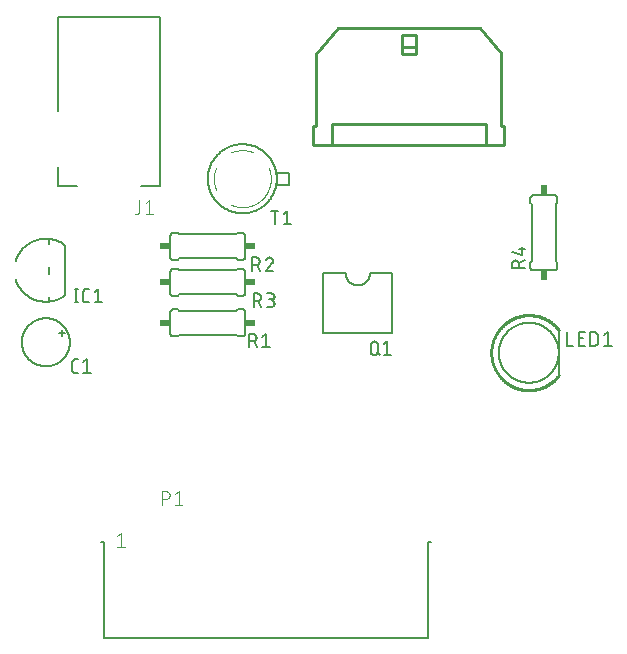
<source format=gbr>
G04 EAGLE Gerber X2 export*
%TF.Part,Single*%
%TF.FileFunction,Legend,Top,1*%
%TF.FilePolarity,Positive*%
%TF.GenerationSoftware,Autodesk,EAGLE,8.6.0*%
%TF.CreationDate,2018-11-01T12:35:15Z*%
G75*
%MOMM*%
%FSLAX34Y34*%
%LPD*%
%AMOC8*
5,1,8,0,0,1.08239X$1,22.5*%
G01*
%ADD10C,0.152400*%
%ADD11C,0.127000*%
%ADD12C,0.203200*%
%ADD13C,0.101600*%
%ADD14R,0.863600X0.609600*%
%ADD15C,0.254000*%
%ADD16C,0.050800*%
%ADD17R,0.609600X0.863600*%


D10*
X113030Y260350D02*
X113030Y255270D01*
X110490Y257810D02*
X115570Y257810D01*
X78740Y250190D02*
X78746Y250689D01*
X78764Y251187D01*
X78795Y251685D01*
X78838Y252182D01*
X78893Y252677D01*
X78960Y253172D01*
X79039Y253664D01*
X79130Y254154D01*
X79234Y254642D01*
X79349Y255127D01*
X79476Y255610D01*
X79615Y256089D01*
X79766Y256564D01*
X79928Y257036D01*
X80102Y257503D01*
X80287Y257966D01*
X80483Y258425D01*
X80691Y258878D01*
X80910Y259326D01*
X81139Y259769D01*
X81380Y260206D01*
X81631Y260637D01*
X81893Y261061D01*
X82165Y261479D01*
X82447Y261890D01*
X82739Y262295D01*
X83041Y262692D01*
X83352Y263081D01*
X83674Y263462D01*
X84004Y263836D01*
X84343Y264201D01*
X84692Y264558D01*
X85049Y264907D01*
X85414Y265246D01*
X85788Y265576D01*
X86169Y265898D01*
X86558Y266209D01*
X86955Y266511D01*
X87360Y266803D01*
X87771Y267085D01*
X88189Y267357D01*
X88613Y267619D01*
X89044Y267870D01*
X89481Y268111D01*
X89924Y268340D01*
X90372Y268559D01*
X90825Y268767D01*
X91284Y268963D01*
X91747Y269148D01*
X92214Y269322D01*
X92686Y269484D01*
X93161Y269635D01*
X93640Y269774D01*
X94123Y269901D01*
X94608Y270016D01*
X95096Y270120D01*
X95586Y270211D01*
X96078Y270290D01*
X96573Y270357D01*
X97068Y270412D01*
X97565Y270455D01*
X98063Y270486D01*
X98561Y270504D01*
X99060Y270510D01*
X99559Y270504D01*
X100057Y270486D01*
X100555Y270455D01*
X101052Y270412D01*
X101547Y270357D01*
X102042Y270290D01*
X102534Y270211D01*
X103024Y270120D01*
X103512Y270016D01*
X103997Y269901D01*
X104480Y269774D01*
X104959Y269635D01*
X105434Y269484D01*
X105906Y269322D01*
X106373Y269148D01*
X106836Y268963D01*
X107295Y268767D01*
X107748Y268559D01*
X108196Y268340D01*
X108639Y268111D01*
X109076Y267870D01*
X109507Y267619D01*
X109931Y267357D01*
X110349Y267085D01*
X110760Y266803D01*
X111165Y266511D01*
X111562Y266209D01*
X111951Y265898D01*
X112332Y265576D01*
X112706Y265246D01*
X113071Y264907D01*
X113428Y264558D01*
X113777Y264201D01*
X114116Y263836D01*
X114446Y263462D01*
X114768Y263081D01*
X115079Y262692D01*
X115381Y262295D01*
X115673Y261890D01*
X115955Y261479D01*
X116227Y261061D01*
X116489Y260637D01*
X116740Y260206D01*
X116981Y259769D01*
X117210Y259326D01*
X117429Y258878D01*
X117637Y258425D01*
X117833Y257966D01*
X118018Y257503D01*
X118192Y257036D01*
X118354Y256564D01*
X118505Y256089D01*
X118644Y255610D01*
X118771Y255127D01*
X118886Y254642D01*
X118990Y254154D01*
X119081Y253664D01*
X119160Y253172D01*
X119227Y252677D01*
X119282Y252182D01*
X119325Y251685D01*
X119356Y251187D01*
X119374Y250689D01*
X119380Y250190D01*
X119374Y249691D01*
X119356Y249193D01*
X119325Y248695D01*
X119282Y248198D01*
X119227Y247703D01*
X119160Y247208D01*
X119081Y246716D01*
X118990Y246226D01*
X118886Y245738D01*
X118771Y245253D01*
X118644Y244770D01*
X118505Y244291D01*
X118354Y243816D01*
X118192Y243344D01*
X118018Y242877D01*
X117833Y242414D01*
X117637Y241955D01*
X117429Y241502D01*
X117210Y241054D01*
X116981Y240611D01*
X116740Y240174D01*
X116489Y239743D01*
X116227Y239319D01*
X115955Y238901D01*
X115673Y238490D01*
X115381Y238085D01*
X115079Y237688D01*
X114768Y237299D01*
X114446Y236918D01*
X114116Y236544D01*
X113777Y236179D01*
X113428Y235822D01*
X113071Y235473D01*
X112706Y235134D01*
X112332Y234804D01*
X111951Y234482D01*
X111562Y234171D01*
X111165Y233869D01*
X110760Y233577D01*
X110349Y233295D01*
X109931Y233023D01*
X109507Y232761D01*
X109076Y232510D01*
X108639Y232269D01*
X108196Y232040D01*
X107748Y231821D01*
X107295Y231613D01*
X106836Y231417D01*
X106373Y231232D01*
X105906Y231058D01*
X105434Y230896D01*
X104959Y230745D01*
X104480Y230606D01*
X103997Y230479D01*
X103512Y230364D01*
X103024Y230260D01*
X102534Y230169D01*
X102042Y230090D01*
X101547Y230023D01*
X101052Y229968D01*
X100555Y229925D01*
X100057Y229894D01*
X99559Y229876D01*
X99060Y229870D01*
X98561Y229876D01*
X98063Y229894D01*
X97565Y229925D01*
X97068Y229968D01*
X96573Y230023D01*
X96078Y230090D01*
X95586Y230169D01*
X95096Y230260D01*
X94608Y230364D01*
X94123Y230479D01*
X93640Y230606D01*
X93161Y230745D01*
X92686Y230896D01*
X92214Y231058D01*
X91747Y231232D01*
X91284Y231417D01*
X90825Y231613D01*
X90372Y231821D01*
X89924Y232040D01*
X89481Y232269D01*
X89044Y232510D01*
X88613Y232761D01*
X88189Y233023D01*
X87771Y233295D01*
X87360Y233577D01*
X86955Y233869D01*
X86558Y234171D01*
X86169Y234482D01*
X85788Y234804D01*
X85414Y235134D01*
X85049Y235473D01*
X84692Y235822D01*
X84343Y236179D01*
X84004Y236544D01*
X83674Y236918D01*
X83352Y237299D01*
X83041Y237688D01*
X82739Y238085D01*
X82447Y238490D01*
X82165Y238901D01*
X81893Y239319D01*
X81631Y239743D01*
X81380Y240174D01*
X81139Y240611D01*
X80910Y241054D01*
X80691Y241502D01*
X80483Y241955D01*
X80287Y242414D01*
X80102Y242877D01*
X79928Y243344D01*
X79766Y243816D01*
X79615Y244291D01*
X79476Y244770D01*
X79349Y245253D01*
X79234Y245738D01*
X79130Y246226D01*
X79039Y246716D01*
X78960Y247208D01*
X78893Y247703D01*
X78838Y248198D01*
X78795Y248695D01*
X78764Y249193D01*
X78746Y249691D01*
X78740Y250190D01*
D11*
X123825Y224155D02*
X126365Y224155D01*
X123825Y224155D02*
X123725Y224157D01*
X123626Y224163D01*
X123526Y224173D01*
X123428Y224186D01*
X123329Y224204D01*
X123232Y224225D01*
X123136Y224250D01*
X123040Y224279D01*
X122946Y224312D01*
X122853Y224348D01*
X122762Y224388D01*
X122672Y224432D01*
X122584Y224479D01*
X122498Y224529D01*
X122414Y224583D01*
X122332Y224640D01*
X122253Y224700D01*
X122175Y224764D01*
X122101Y224830D01*
X122029Y224899D01*
X121960Y224971D01*
X121894Y225045D01*
X121830Y225123D01*
X121770Y225202D01*
X121713Y225284D01*
X121659Y225368D01*
X121609Y225454D01*
X121562Y225542D01*
X121518Y225632D01*
X121478Y225723D01*
X121442Y225816D01*
X121409Y225910D01*
X121380Y226006D01*
X121355Y226102D01*
X121334Y226199D01*
X121316Y226298D01*
X121303Y226396D01*
X121293Y226496D01*
X121287Y226595D01*
X121285Y226695D01*
X121285Y233045D01*
X121287Y233145D01*
X121293Y233244D01*
X121303Y233344D01*
X121316Y233442D01*
X121334Y233541D01*
X121355Y233638D01*
X121380Y233734D01*
X121409Y233830D01*
X121442Y233924D01*
X121478Y234017D01*
X121518Y234108D01*
X121562Y234198D01*
X121609Y234286D01*
X121659Y234372D01*
X121713Y234456D01*
X121770Y234538D01*
X121830Y234617D01*
X121894Y234695D01*
X121960Y234769D01*
X122029Y234841D01*
X122101Y234910D01*
X122175Y234976D01*
X122253Y235040D01*
X122332Y235100D01*
X122414Y235157D01*
X122498Y235211D01*
X122584Y235261D01*
X122672Y235308D01*
X122762Y235352D01*
X122853Y235392D01*
X122946Y235428D01*
X123040Y235461D01*
X123136Y235490D01*
X123232Y235515D01*
X123329Y235536D01*
X123428Y235554D01*
X123526Y235567D01*
X123626Y235577D01*
X123725Y235583D01*
X123825Y235585D01*
X126365Y235585D01*
X130847Y233045D02*
X134022Y235585D01*
X134022Y224155D01*
X130847Y224155D02*
X137197Y224155D01*
X115570Y290204D02*
X115066Y289817D01*
X114553Y289441D01*
X114031Y289078D01*
X113501Y288727D01*
X112963Y288390D01*
X112416Y288065D01*
X111862Y287753D01*
X111301Y287454D01*
X110732Y287169D01*
X110157Y286898D01*
X109576Y286640D01*
X108989Y286397D01*
X108396Y286167D01*
X107798Y285952D01*
X107195Y285751D01*
X106587Y285564D01*
X105975Y285392D01*
X105359Y285234D01*
X104739Y285092D01*
X104117Y284964D01*
X103491Y284851D01*
X102863Y284752D01*
X102233Y284669D01*
X101600Y284601D01*
X100951Y284547D01*
X100302Y284509D01*
X99651Y284487D01*
X99000Y284480D01*
X98349Y284489D01*
X97699Y284515D01*
X97049Y284556D01*
X96401Y284613D01*
X95754Y284686D01*
X95109Y284774D01*
X94466Y284879D01*
X93826Y284999D01*
X93190Y285134D01*
X92556Y285285D01*
X91927Y285452D01*
X91302Y285633D01*
X90681Y285830D01*
X90066Y286042D01*
X89456Y286269D01*
X88851Y286511D01*
X88253Y286768D01*
X87661Y287039D01*
X87076Y287324D01*
X86498Y287624D01*
X85928Y287937D01*
X85365Y288265D01*
X84811Y288606D01*
X84265Y288960D01*
X83728Y289328D01*
X83199Y289709D01*
X82681Y290102D01*
X82172Y290508D01*
X81673Y290926D01*
X81185Y291357D01*
X80707Y291799D01*
X80240Y292253D01*
X79785Y292718D01*
X79341Y293194D01*
X78908Y293680D01*
X78488Y294177D01*
X78080Y294684D01*
X77684Y295201D01*
X77301Y295728D01*
X76931Y296264D01*
X76574Y296808D01*
X76231Y297361D01*
X75901Y297922D01*
X75585Y298492D01*
X75283Y299068D01*
X74996Y299652D01*
X74722Y300243D01*
X74463Y300840D01*
X74219Y301444D01*
X73989Y302053D01*
X73775Y302667D01*
X73575Y303287D01*
X73575Y319013D02*
X73774Y319628D01*
X73986Y320239D01*
X74214Y320844D01*
X74456Y321443D01*
X74713Y322036D01*
X74984Y322623D01*
X75269Y323203D01*
X75568Y323776D01*
X75881Y324342D01*
X76208Y324900D01*
X76548Y325450D01*
X76901Y325991D01*
X77267Y326524D01*
X77646Y327047D01*
X78038Y327562D01*
X78442Y328066D01*
X78858Y328561D01*
X79285Y329046D01*
X79725Y329520D01*
X80176Y329983D01*
X80638Y330435D01*
X81111Y330876D01*
X81594Y331305D01*
X82088Y331722D01*
X82591Y332128D01*
X83104Y332521D01*
X83627Y332901D01*
X84159Y333269D01*
X84699Y333623D01*
X85248Y333965D01*
X85805Y334293D01*
X86370Y334607D01*
X86942Y334908D01*
X87521Y335195D01*
X88108Y335467D01*
X88700Y335726D01*
X89299Y335970D01*
X89903Y336199D01*
X90513Y336413D01*
X91128Y336613D01*
X91747Y336798D01*
X92371Y336968D01*
X92999Y337122D01*
X93630Y337261D01*
X94264Y337385D01*
X94901Y337494D01*
X95541Y337587D01*
X96183Y337664D01*
X96826Y337726D01*
X97471Y337773D01*
X98117Y337803D01*
X98763Y337818D01*
X99409Y337818D01*
X100056Y337801D01*
X100701Y337769D01*
X101346Y337722D01*
X101989Y337659D01*
X102631Y337580D01*
X103270Y337486D01*
X103907Y337376D01*
X104542Y337251D01*
X105173Y337110D01*
X105800Y336954D01*
X106423Y336783D01*
X107042Y336597D01*
X107657Y336396D01*
X108266Y336181D01*
X108870Y335950D01*
X109468Y335705D01*
X110060Y335446D01*
X110646Y335172D01*
X111225Y334884D01*
X111796Y334582D01*
X112360Y334267D01*
X112917Y333938D01*
X113465Y333595D01*
X114005Y333239D01*
X114536Y332871D01*
X115058Y332489D01*
X115570Y332095D01*
X115570Y290205D01*
X101600Y288613D02*
X101600Y284601D01*
X101600Y308287D02*
X101600Y314013D01*
X101600Y333687D02*
X101600Y337699D01*
X124841Y295275D02*
X124841Y283845D01*
X123571Y283845D02*
X126111Y283845D01*
X126111Y295275D02*
X123571Y295275D01*
X133313Y283845D02*
X135853Y283845D01*
X133313Y283845D02*
X133213Y283847D01*
X133114Y283853D01*
X133014Y283863D01*
X132916Y283876D01*
X132817Y283894D01*
X132720Y283915D01*
X132624Y283940D01*
X132528Y283969D01*
X132434Y284002D01*
X132341Y284038D01*
X132250Y284078D01*
X132160Y284122D01*
X132072Y284169D01*
X131986Y284219D01*
X131902Y284273D01*
X131820Y284330D01*
X131741Y284390D01*
X131663Y284454D01*
X131589Y284520D01*
X131517Y284589D01*
X131448Y284661D01*
X131382Y284735D01*
X131318Y284813D01*
X131258Y284892D01*
X131201Y284974D01*
X131147Y285058D01*
X131097Y285144D01*
X131050Y285232D01*
X131006Y285322D01*
X130966Y285413D01*
X130930Y285506D01*
X130897Y285600D01*
X130868Y285696D01*
X130843Y285792D01*
X130822Y285889D01*
X130804Y285988D01*
X130791Y286086D01*
X130781Y286186D01*
X130775Y286285D01*
X130773Y286385D01*
X130773Y292735D01*
X130775Y292835D01*
X130781Y292934D01*
X130791Y293034D01*
X130804Y293132D01*
X130822Y293231D01*
X130843Y293328D01*
X130868Y293424D01*
X130897Y293520D01*
X130930Y293614D01*
X130966Y293707D01*
X131006Y293798D01*
X131050Y293888D01*
X131097Y293976D01*
X131147Y294062D01*
X131201Y294146D01*
X131258Y294228D01*
X131318Y294307D01*
X131382Y294385D01*
X131448Y294459D01*
X131517Y294531D01*
X131589Y294600D01*
X131663Y294666D01*
X131741Y294730D01*
X131820Y294790D01*
X131902Y294847D01*
X131986Y294901D01*
X132072Y294951D01*
X132160Y294998D01*
X132250Y295042D01*
X132341Y295082D01*
X132434Y295118D01*
X132528Y295151D01*
X132624Y295180D01*
X132720Y295205D01*
X132817Y295226D01*
X132916Y295244D01*
X133014Y295257D01*
X133114Y295267D01*
X133213Y295273D01*
X133313Y295275D01*
X135853Y295275D01*
X140335Y292735D02*
X143510Y295275D01*
X143510Y283845D01*
X140335Y283845D02*
X146685Y283845D01*
D12*
X109400Y525640D02*
X195400Y525640D01*
X195400Y382640D01*
X179400Y382640D01*
X125400Y382640D02*
X109400Y382640D01*
X109400Y446140D02*
X109400Y525640D01*
X109400Y398640D02*
X109400Y382640D01*
D13*
X178228Y370332D02*
X178228Y361244D01*
X178227Y361244D02*
X178225Y361145D01*
X178219Y361045D01*
X178210Y360946D01*
X178197Y360848D01*
X178180Y360750D01*
X178159Y360652D01*
X178134Y360556D01*
X178106Y360461D01*
X178074Y360367D01*
X178039Y360274D01*
X178000Y360182D01*
X177957Y360092D01*
X177912Y360004D01*
X177862Y359917D01*
X177810Y359833D01*
X177754Y359750D01*
X177696Y359670D01*
X177634Y359592D01*
X177569Y359517D01*
X177501Y359444D01*
X177431Y359374D01*
X177358Y359306D01*
X177283Y359241D01*
X177205Y359179D01*
X177125Y359121D01*
X177042Y359065D01*
X176958Y359013D01*
X176871Y358963D01*
X176783Y358918D01*
X176693Y358875D01*
X176601Y358836D01*
X176508Y358801D01*
X176414Y358769D01*
X176319Y358741D01*
X176223Y358716D01*
X176125Y358695D01*
X176027Y358678D01*
X175929Y358665D01*
X175830Y358656D01*
X175730Y358650D01*
X175631Y358648D01*
X174333Y358648D01*
X183501Y367736D02*
X186746Y370332D01*
X186746Y358648D01*
X183501Y358648D02*
X189992Y358648D01*
D11*
X148590Y0D02*
X422910Y0D01*
X422910Y81280D01*
X148590Y81280D02*
X148590Y0D01*
X148590Y81280D02*
X146050Y81280D01*
X422910Y81280D02*
X425450Y81280D01*
D13*
X162504Y88392D02*
X159258Y85796D01*
X162504Y88392D02*
X162504Y76708D01*
X165749Y76708D02*
X159258Y76708D01*
X197358Y112268D02*
X197358Y123952D01*
X200604Y123952D01*
X200717Y123950D01*
X200830Y123944D01*
X200943Y123934D01*
X201056Y123920D01*
X201168Y123903D01*
X201279Y123881D01*
X201389Y123856D01*
X201499Y123826D01*
X201607Y123793D01*
X201714Y123756D01*
X201820Y123716D01*
X201924Y123671D01*
X202027Y123623D01*
X202128Y123572D01*
X202227Y123517D01*
X202324Y123459D01*
X202419Y123397D01*
X202512Y123332D01*
X202602Y123264D01*
X202690Y123193D01*
X202776Y123118D01*
X202859Y123041D01*
X202939Y122961D01*
X203016Y122878D01*
X203091Y122792D01*
X203162Y122704D01*
X203230Y122614D01*
X203295Y122521D01*
X203357Y122426D01*
X203415Y122329D01*
X203470Y122230D01*
X203521Y122129D01*
X203569Y122026D01*
X203614Y121922D01*
X203654Y121816D01*
X203691Y121709D01*
X203724Y121601D01*
X203754Y121491D01*
X203779Y121381D01*
X203801Y121270D01*
X203818Y121158D01*
X203832Y121045D01*
X203842Y120932D01*
X203848Y120819D01*
X203850Y120706D01*
X203848Y120593D01*
X203842Y120480D01*
X203832Y120367D01*
X203818Y120254D01*
X203801Y120142D01*
X203779Y120031D01*
X203754Y119921D01*
X203724Y119811D01*
X203691Y119703D01*
X203654Y119596D01*
X203614Y119490D01*
X203569Y119386D01*
X203521Y119283D01*
X203470Y119182D01*
X203415Y119083D01*
X203357Y118986D01*
X203295Y118891D01*
X203230Y118798D01*
X203162Y118708D01*
X203091Y118620D01*
X203016Y118534D01*
X202939Y118451D01*
X202859Y118371D01*
X202776Y118294D01*
X202690Y118219D01*
X202602Y118148D01*
X202512Y118080D01*
X202419Y118015D01*
X202324Y117953D01*
X202227Y117895D01*
X202128Y117840D01*
X202027Y117789D01*
X201924Y117741D01*
X201820Y117696D01*
X201714Y117656D01*
X201607Y117619D01*
X201499Y117586D01*
X201389Y117556D01*
X201279Y117531D01*
X201168Y117509D01*
X201056Y117492D01*
X200943Y117478D01*
X200830Y117468D01*
X200717Y117462D01*
X200604Y117460D01*
X200604Y117461D02*
X197358Y117461D01*
X208238Y121356D02*
X211483Y123952D01*
X211483Y112268D01*
X208238Y112268D02*
X214729Y112268D01*
D10*
X392430Y257810D02*
X392430Y308610D01*
X334010Y308610D02*
X334010Y257810D01*
X392430Y257810D01*
X392430Y308610D02*
X373380Y308610D01*
X353060Y308610D02*
X334010Y308610D01*
X353060Y308610D02*
X353063Y308363D01*
X353072Y308115D01*
X353087Y307868D01*
X353108Y307622D01*
X353135Y307376D01*
X353168Y307131D01*
X353207Y306886D01*
X353252Y306643D01*
X353303Y306401D01*
X353360Y306160D01*
X353422Y305921D01*
X353491Y305683D01*
X353565Y305447D01*
X353645Y305213D01*
X353730Y304981D01*
X353822Y304751D01*
X353918Y304523D01*
X354021Y304298D01*
X354128Y304075D01*
X354242Y303855D01*
X354360Y303638D01*
X354484Y303423D01*
X354613Y303212D01*
X354747Y303004D01*
X354886Y302799D01*
X355030Y302598D01*
X355178Y302400D01*
X355332Y302206D01*
X355490Y302016D01*
X355653Y301830D01*
X355820Y301648D01*
X355992Y301470D01*
X356168Y301296D01*
X356348Y301126D01*
X356533Y300961D01*
X356721Y300801D01*
X356913Y300645D01*
X357109Y300493D01*
X357308Y300347D01*
X357511Y300205D01*
X357718Y300069D01*
X357927Y299937D01*
X358140Y299811D01*
X358356Y299690D01*
X358574Y299574D01*
X358796Y299464D01*
X359020Y299359D01*
X359246Y299259D01*
X359475Y299165D01*
X359706Y299077D01*
X359940Y298994D01*
X360175Y298917D01*
X360412Y298846D01*
X360650Y298780D01*
X360890Y298721D01*
X361132Y298667D01*
X361375Y298619D01*
X361618Y298577D01*
X361863Y298541D01*
X362109Y298511D01*
X362355Y298487D01*
X362602Y298469D01*
X362849Y298457D01*
X363096Y298451D01*
X363344Y298451D01*
X363591Y298457D01*
X363838Y298469D01*
X364085Y298487D01*
X364331Y298511D01*
X364577Y298541D01*
X364822Y298577D01*
X365065Y298619D01*
X365308Y298667D01*
X365550Y298721D01*
X365790Y298780D01*
X366028Y298846D01*
X366265Y298917D01*
X366500Y298994D01*
X366734Y299077D01*
X366965Y299165D01*
X367194Y299259D01*
X367420Y299359D01*
X367644Y299464D01*
X367866Y299574D01*
X368084Y299690D01*
X368300Y299811D01*
X368513Y299937D01*
X368722Y300069D01*
X368929Y300205D01*
X369132Y300347D01*
X369331Y300493D01*
X369527Y300645D01*
X369719Y300801D01*
X369907Y300961D01*
X370092Y301126D01*
X370272Y301296D01*
X370448Y301470D01*
X370620Y301648D01*
X370787Y301830D01*
X370950Y302016D01*
X371108Y302206D01*
X371262Y302400D01*
X371410Y302598D01*
X371554Y302799D01*
X371693Y303004D01*
X371827Y303212D01*
X371956Y303423D01*
X372080Y303638D01*
X372198Y303855D01*
X372312Y304075D01*
X372419Y304298D01*
X372522Y304523D01*
X372618Y304751D01*
X372710Y304981D01*
X372795Y305213D01*
X372875Y305447D01*
X372949Y305683D01*
X373018Y305921D01*
X373080Y306160D01*
X373137Y306401D01*
X373188Y306643D01*
X373233Y306886D01*
X373272Y307131D01*
X373305Y307376D01*
X373332Y307622D01*
X373353Y307868D01*
X373368Y308115D01*
X373377Y308363D01*
X373380Y308610D01*
D11*
X374015Y247650D02*
X374015Y242570D01*
X374015Y247650D02*
X374017Y247761D01*
X374023Y247871D01*
X374032Y247982D01*
X374046Y248092D01*
X374063Y248201D01*
X374084Y248310D01*
X374109Y248418D01*
X374138Y248525D01*
X374170Y248631D01*
X374206Y248736D01*
X374246Y248839D01*
X374289Y248941D01*
X374336Y249042D01*
X374387Y249141D01*
X374440Y249238D01*
X374497Y249332D01*
X374558Y249425D01*
X374621Y249516D01*
X374688Y249605D01*
X374758Y249691D01*
X374831Y249774D01*
X374906Y249856D01*
X374984Y249934D01*
X375066Y250009D01*
X375149Y250082D01*
X375235Y250152D01*
X375324Y250219D01*
X375415Y250282D01*
X375508Y250343D01*
X375603Y250400D01*
X375699Y250453D01*
X375798Y250504D01*
X375899Y250551D01*
X376001Y250594D01*
X376104Y250634D01*
X376209Y250670D01*
X376315Y250702D01*
X376422Y250731D01*
X376530Y250756D01*
X376639Y250777D01*
X376748Y250794D01*
X376858Y250808D01*
X376969Y250817D01*
X377079Y250823D01*
X377190Y250825D01*
X377301Y250823D01*
X377411Y250817D01*
X377522Y250808D01*
X377632Y250794D01*
X377741Y250777D01*
X377850Y250756D01*
X377958Y250731D01*
X378065Y250702D01*
X378171Y250670D01*
X378276Y250634D01*
X378379Y250594D01*
X378481Y250551D01*
X378582Y250504D01*
X378681Y250453D01*
X378778Y250400D01*
X378872Y250343D01*
X378965Y250282D01*
X379056Y250219D01*
X379145Y250152D01*
X379231Y250082D01*
X379314Y250009D01*
X379396Y249934D01*
X379474Y249856D01*
X379549Y249774D01*
X379622Y249691D01*
X379692Y249605D01*
X379759Y249516D01*
X379822Y249425D01*
X379883Y249332D01*
X379940Y249238D01*
X379993Y249141D01*
X380044Y249042D01*
X380091Y248941D01*
X380134Y248839D01*
X380174Y248736D01*
X380210Y248631D01*
X380242Y248525D01*
X380271Y248418D01*
X380296Y248310D01*
X380317Y248201D01*
X380334Y248092D01*
X380348Y247982D01*
X380357Y247871D01*
X380363Y247761D01*
X380365Y247650D01*
X380365Y242570D01*
X380363Y242459D01*
X380357Y242349D01*
X380348Y242238D01*
X380334Y242128D01*
X380317Y242019D01*
X380296Y241910D01*
X380271Y241802D01*
X380242Y241695D01*
X380210Y241589D01*
X380174Y241484D01*
X380134Y241381D01*
X380091Y241279D01*
X380044Y241178D01*
X379993Y241079D01*
X379940Y240982D01*
X379883Y240888D01*
X379822Y240795D01*
X379759Y240704D01*
X379692Y240615D01*
X379622Y240529D01*
X379549Y240446D01*
X379474Y240364D01*
X379396Y240286D01*
X379314Y240211D01*
X379231Y240138D01*
X379145Y240068D01*
X379056Y240001D01*
X378965Y239938D01*
X378872Y239877D01*
X378777Y239820D01*
X378681Y239767D01*
X378582Y239716D01*
X378481Y239669D01*
X378379Y239626D01*
X378276Y239586D01*
X378171Y239550D01*
X378065Y239518D01*
X377958Y239489D01*
X377850Y239464D01*
X377741Y239443D01*
X377632Y239426D01*
X377522Y239412D01*
X377411Y239403D01*
X377301Y239397D01*
X377190Y239395D01*
X377079Y239397D01*
X376969Y239403D01*
X376858Y239412D01*
X376748Y239426D01*
X376639Y239443D01*
X376530Y239464D01*
X376422Y239489D01*
X376315Y239518D01*
X376209Y239550D01*
X376104Y239586D01*
X376001Y239626D01*
X375899Y239669D01*
X375798Y239716D01*
X375699Y239767D01*
X375603Y239820D01*
X375508Y239877D01*
X375415Y239938D01*
X375324Y240001D01*
X375235Y240068D01*
X375149Y240138D01*
X375066Y240211D01*
X374984Y240286D01*
X374906Y240364D01*
X374831Y240446D01*
X374758Y240529D01*
X374688Y240615D01*
X374621Y240704D01*
X374558Y240795D01*
X374497Y240888D01*
X374440Y240983D01*
X374387Y241079D01*
X374336Y241178D01*
X374289Y241279D01*
X374246Y241381D01*
X374206Y241484D01*
X374170Y241589D01*
X374138Y241695D01*
X374109Y241802D01*
X374084Y241910D01*
X374063Y242019D01*
X374046Y242128D01*
X374032Y242238D01*
X374023Y242349D01*
X374017Y242459D01*
X374015Y242570D01*
X379095Y241935D02*
X381635Y239395D01*
X385076Y248285D02*
X388251Y250825D01*
X388251Y239395D01*
X385076Y239395D02*
X391426Y239395D01*
D10*
X207010Y278130D02*
X206910Y278128D01*
X206811Y278122D01*
X206711Y278112D01*
X206613Y278099D01*
X206514Y278081D01*
X206417Y278060D01*
X206321Y278035D01*
X206225Y278006D01*
X206131Y277973D01*
X206038Y277937D01*
X205947Y277897D01*
X205857Y277853D01*
X205769Y277806D01*
X205683Y277756D01*
X205599Y277702D01*
X205517Y277645D01*
X205438Y277585D01*
X205360Y277521D01*
X205286Y277455D01*
X205214Y277386D01*
X205145Y277314D01*
X205079Y277240D01*
X205015Y277162D01*
X204955Y277083D01*
X204898Y277001D01*
X204844Y276917D01*
X204794Y276831D01*
X204747Y276743D01*
X204703Y276653D01*
X204663Y276562D01*
X204627Y276469D01*
X204594Y276375D01*
X204565Y276279D01*
X204540Y276183D01*
X204519Y276086D01*
X204501Y275987D01*
X204488Y275889D01*
X204478Y275789D01*
X204472Y275690D01*
X204470Y275590D01*
X204470Y257810D02*
X204472Y257710D01*
X204478Y257611D01*
X204488Y257511D01*
X204501Y257413D01*
X204519Y257314D01*
X204540Y257217D01*
X204565Y257121D01*
X204594Y257025D01*
X204627Y256931D01*
X204663Y256838D01*
X204703Y256747D01*
X204747Y256657D01*
X204794Y256569D01*
X204844Y256483D01*
X204898Y256399D01*
X204955Y256317D01*
X205015Y256238D01*
X205079Y256160D01*
X205145Y256086D01*
X205214Y256014D01*
X205286Y255945D01*
X205360Y255879D01*
X205438Y255815D01*
X205517Y255755D01*
X205599Y255698D01*
X205683Y255644D01*
X205769Y255594D01*
X205857Y255547D01*
X205947Y255503D01*
X206038Y255463D01*
X206131Y255427D01*
X206225Y255394D01*
X206321Y255365D01*
X206417Y255340D01*
X206514Y255319D01*
X206613Y255301D01*
X206711Y255288D01*
X206811Y255278D01*
X206910Y255272D01*
X207010Y255270D01*
X265430Y255270D02*
X265530Y255272D01*
X265629Y255278D01*
X265729Y255288D01*
X265827Y255301D01*
X265926Y255319D01*
X266023Y255340D01*
X266119Y255365D01*
X266215Y255394D01*
X266309Y255427D01*
X266402Y255463D01*
X266493Y255503D01*
X266583Y255547D01*
X266671Y255594D01*
X266757Y255644D01*
X266841Y255698D01*
X266923Y255755D01*
X267002Y255815D01*
X267080Y255879D01*
X267154Y255945D01*
X267226Y256014D01*
X267295Y256086D01*
X267361Y256160D01*
X267425Y256238D01*
X267485Y256317D01*
X267542Y256399D01*
X267596Y256483D01*
X267646Y256569D01*
X267693Y256657D01*
X267737Y256747D01*
X267777Y256838D01*
X267813Y256931D01*
X267846Y257025D01*
X267875Y257121D01*
X267900Y257217D01*
X267921Y257314D01*
X267939Y257413D01*
X267952Y257511D01*
X267962Y257611D01*
X267968Y257710D01*
X267970Y257810D01*
X267970Y275590D02*
X267968Y275690D01*
X267962Y275789D01*
X267952Y275889D01*
X267939Y275987D01*
X267921Y276086D01*
X267900Y276183D01*
X267875Y276279D01*
X267846Y276375D01*
X267813Y276469D01*
X267777Y276562D01*
X267737Y276653D01*
X267693Y276743D01*
X267646Y276831D01*
X267596Y276917D01*
X267542Y277001D01*
X267485Y277083D01*
X267425Y277162D01*
X267361Y277240D01*
X267295Y277314D01*
X267226Y277386D01*
X267154Y277455D01*
X267080Y277521D01*
X267002Y277585D01*
X266923Y277645D01*
X266841Y277702D01*
X266757Y277756D01*
X266671Y277806D01*
X266583Y277853D01*
X266493Y277897D01*
X266402Y277937D01*
X266309Y277973D01*
X266215Y278006D01*
X266119Y278035D01*
X266023Y278060D01*
X265926Y278081D01*
X265827Y278099D01*
X265729Y278112D01*
X265629Y278122D01*
X265530Y278128D01*
X265430Y278130D01*
X204470Y275590D02*
X204470Y257810D01*
X207010Y278130D02*
X210820Y278130D01*
X212090Y276860D01*
X210820Y255270D02*
X207010Y255270D01*
X210820Y255270D02*
X212090Y256540D01*
X260350Y276860D02*
X261620Y278130D01*
X260350Y276860D02*
X212090Y276860D01*
X260350Y256540D02*
X261620Y255270D01*
X260350Y256540D02*
X212090Y256540D01*
X261620Y278130D02*
X265430Y278130D01*
X265430Y255270D02*
X261620Y255270D01*
X267970Y257810D02*
X267970Y275590D01*
D14*
X272288Y266700D03*
X200152Y266700D03*
D11*
X271145Y257175D02*
X271145Y245745D01*
X271145Y257175D02*
X274320Y257175D01*
X274431Y257173D01*
X274541Y257167D01*
X274652Y257158D01*
X274762Y257144D01*
X274871Y257127D01*
X274980Y257106D01*
X275088Y257081D01*
X275195Y257052D01*
X275301Y257020D01*
X275406Y256984D01*
X275509Y256944D01*
X275611Y256901D01*
X275712Y256854D01*
X275811Y256803D01*
X275908Y256750D01*
X276002Y256693D01*
X276095Y256632D01*
X276186Y256569D01*
X276275Y256502D01*
X276361Y256432D01*
X276444Y256359D01*
X276526Y256284D01*
X276604Y256206D01*
X276679Y256124D01*
X276752Y256041D01*
X276822Y255955D01*
X276889Y255866D01*
X276952Y255775D01*
X277013Y255682D01*
X277070Y255587D01*
X277123Y255491D01*
X277174Y255392D01*
X277221Y255291D01*
X277264Y255189D01*
X277304Y255086D01*
X277340Y254981D01*
X277372Y254875D01*
X277401Y254768D01*
X277426Y254660D01*
X277447Y254551D01*
X277464Y254442D01*
X277478Y254332D01*
X277487Y254221D01*
X277493Y254111D01*
X277495Y254000D01*
X277493Y253889D01*
X277487Y253779D01*
X277478Y253668D01*
X277464Y253558D01*
X277447Y253449D01*
X277426Y253340D01*
X277401Y253232D01*
X277372Y253125D01*
X277340Y253019D01*
X277304Y252914D01*
X277264Y252811D01*
X277221Y252709D01*
X277174Y252608D01*
X277123Y252509D01*
X277070Y252412D01*
X277013Y252318D01*
X276952Y252225D01*
X276889Y252134D01*
X276822Y252045D01*
X276752Y251959D01*
X276679Y251876D01*
X276604Y251794D01*
X276526Y251716D01*
X276444Y251641D01*
X276361Y251568D01*
X276275Y251498D01*
X276186Y251431D01*
X276095Y251368D01*
X276002Y251307D01*
X275908Y251250D01*
X275811Y251197D01*
X275712Y251146D01*
X275611Y251099D01*
X275509Y251056D01*
X275406Y251016D01*
X275301Y250980D01*
X275195Y250948D01*
X275088Y250919D01*
X274980Y250894D01*
X274871Y250873D01*
X274762Y250856D01*
X274652Y250842D01*
X274541Y250833D01*
X274431Y250827D01*
X274320Y250825D01*
X271145Y250825D01*
X274955Y250825D02*
X277495Y245745D01*
X282492Y254635D02*
X285667Y257175D01*
X285667Y245745D01*
X282492Y245745D02*
X288842Y245745D01*
D15*
X328150Y432800D02*
X328150Y493900D01*
X346400Y515900D02*
X466400Y515900D01*
X484650Y494900D02*
X484650Y432800D01*
D11*
X471400Y416800D02*
X454700Y416800D01*
D15*
X471400Y416800D02*
X487200Y416800D01*
X487200Y432800D01*
X484650Y432800D01*
D11*
X471400Y416800D02*
X454650Y416800D01*
D15*
X471400Y416800D02*
X341400Y416800D01*
X325600Y416800D01*
X325600Y432800D01*
X328150Y432800D01*
X471400Y434900D02*
X471400Y416800D01*
X471400Y434900D02*
X341400Y434900D01*
X341400Y416800D01*
X466400Y515900D02*
X484650Y494900D01*
X346400Y515900D02*
X328150Y493900D01*
X400400Y493900D02*
X412400Y493900D01*
X400400Y493900D02*
X400400Y499900D01*
X400400Y509900D01*
X412400Y509900D01*
X412400Y499900D01*
X412400Y493900D01*
X412400Y499900D02*
X400400Y499900D01*
D11*
X304800Y393700D02*
X304800Y383540D01*
D16*
X287700Y397909D02*
X287920Y397364D01*
X288126Y396814D01*
X288319Y396260D01*
X288498Y395700D01*
X288663Y395137D01*
X288815Y394569D01*
X288953Y393998D01*
X289077Y393424D01*
X289187Y392847D01*
X289283Y392268D01*
X289364Y391686D01*
X289432Y391102D01*
X289485Y390518D01*
X289524Y389931D01*
X289549Y389345D01*
X289560Y388757D01*
X289556Y388170D01*
X289538Y387583D01*
X289505Y386996D01*
X289459Y386411D01*
X289398Y385827D01*
X289323Y385244D01*
X289233Y384664D01*
X289130Y384085D01*
X289013Y383510D01*
X288881Y382937D01*
X288736Y382368D01*
X288577Y381803D01*
X288404Y381242D01*
X288218Y380685D01*
X288018Y380132D01*
X287805Y379585D01*
X287578Y379043D01*
X287339Y378507D01*
X287086Y377977D01*
X286820Y377453D01*
X286542Y376935D01*
X286252Y376425D01*
X285949Y375922D01*
X285634Y375426D01*
X285306Y374938D01*
X284968Y374458D01*
X284617Y373987D01*
X284255Y373524D01*
X283882Y373071D01*
X283498Y372626D01*
X283104Y372191D01*
X282699Y371766D01*
X282283Y371350D01*
X281858Y370945D01*
X281423Y370551D01*
X280978Y370167D01*
X280525Y369794D01*
X280062Y369432D01*
X279591Y369081D01*
X279111Y368743D01*
X278623Y368415D01*
X278127Y368100D01*
X277624Y367797D01*
X277114Y367507D01*
X276596Y367229D01*
X276072Y366963D01*
X275542Y366710D01*
X275006Y366471D01*
X274464Y366244D01*
X273917Y366031D01*
X273364Y365831D01*
X272807Y365645D01*
X272246Y365472D01*
X271681Y365313D01*
X271112Y365168D01*
X270539Y365036D01*
X269964Y364919D01*
X269385Y364816D01*
X268805Y364726D01*
X268222Y364651D01*
X267638Y364590D01*
X267053Y364544D01*
X266466Y364511D01*
X265879Y364493D01*
X265292Y364489D01*
X264704Y364500D01*
X264118Y364525D01*
X263531Y364564D01*
X262947Y364617D01*
X262363Y364685D01*
X261781Y364766D01*
X261202Y364862D01*
X260625Y364972D01*
X260051Y365096D01*
X259480Y365234D01*
X258912Y365386D01*
X258349Y365551D01*
X257789Y365730D01*
X257235Y365923D01*
X256685Y366129D01*
X256140Y366349D01*
D11*
X294195Y393700D02*
X304800Y393700D01*
D16*
X274719Y410890D02*
X274183Y411106D01*
X273642Y411310D01*
X273096Y411500D01*
X272546Y411677D01*
X271992Y411841D01*
X271434Y411991D01*
X270873Y412128D01*
X270308Y412252D01*
X269741Y412362D01*
X269171Y412458D01*
X268599Y412541D01*
X268026Y412610D01*
X267450Y412665D01*
X266874Y412707D01*
X266297Y412734D01*
X265719Y412748D01*
X265141Y412748D01*
X264563Y412734D01*
X263986Y412707D01*
X263410Y412665D01*
X262834Y412610D01*
X262261Y412541D01*
X261689Y412458D01*
X261119Y412362D01*
X260552Y412252D01*
X259987Y412128D01*
X259426Y411991D01*
X258868Y411841D01*
X258314Y411677D01*
X257764Y411500D01*
X257218Y411310D01*
X256677Y411106D01*
X256141Y410890D01*
D11*
X294195Y383540D02*
X304800Y383540D01*
D16*
X243160Y379331D02*
X242944Y379867D01*
X242740Y380408D01*
X242550Y380954D01*
X242373Y381504D01*
X242209Y382058D01*
X242059Y382616D01*
X241922Y383177D01*
X241798Y383742D01*
X241688Y384309D01*
X241592Y384879D01*
X241509Y385451D01*
X241440Y386024D01*
X241385Y386600D01*
X241343Y387176D01*
X241316Y387753D01*
X241302Y388331D01*
X241302Y388909D01*
X241316Y389487D01*
X241343Y390064D01*
X241385Y390640D01*
X241440Y391216D01*
X241509Y391789D01*
X241592Y392361D01*
X241688Y392931D01*
X241798Y393498D01*
X241922Y394063D01*
X242059Y394624D01*
X242209Y395182D01*
X242373Y395736D01*
X242550Y396286D01*
X242740Y396832D01*
X242944Y397373D01*
X243160Y397909D01*
D11*
X236220Y388620D02*
X236229Y389337D01*
X236255Y390053D01*
X236299Y390769D01*
X236361Y391483D01*
X236440Y392196D01*
X236536Y392906D01*
X236650Y393614D01*
X236781Y394319D01*
X236930Y395020D01*
X237095Y395717D01*
X237278Y396411D01*
X237478Y397099D01*
X237694Y397783D01*
X237927Y398461D01*
X238177Y399133D01*
X238443Y399798D01*
X238726Y400457D01*
X239024Y401109D01*
X239339Y401753D01*
X239669Y402389D01*
X240015Y403018D01*
X240376Y403637D01*
X240752Y404247D01*
X241143Y404848D01*
X241548Y405439D01*
X241968Y406020D01*
X242402Y406591D01*
X242850Y407151D01*
X243312Y407699D01*
X243787Y408236D01*
X244275Y408761D01*
X244775Y409275D01*
X245289Y409775D01*
X245814Y410263D01*
X246351Y410738D01*
X246899Y411200D01*
X247459Y411648D01*
X248030Y412082D01*
X248611Y412502D01*
X249202Y412907D01*
X249803Y413298D01*
X250413Y413674D01*
X251032Y414035D01*
X251661Y414381D01*
X252297Y414711D01*
X252941Y415026D01*
X253593Y415324D01*
X254252Y415607D01*
X254917Y415873D01*
X255589Y416123D01*
X256267Y416356D01*
X256951Y416572D01*
X257639Y416772D01*
X258333Y416955D01*
X259030Y417120D01*
X259731Y417269D01*
X260436Y417400D01*
X261144Y417514D01*
X261854Y417610D01*
X262567Y417689D01*
X263281Y417751D01*
X263997Y417795D01*
X264713Y417821D01*
X265430Y417830D01*
X266147Y417821D01*
X266863Y417795D01*
X267579Y417751D01*
X268293Y417689D01*
X269006Y417610D01*
X269716Y417514D01*
X270424Y417400D01*
X271129Y417269D01*
X271830Y417120D01*
X272527Y416955D01*
X273221Y416772D01*
X273909Y416572D01*
X274593Y416356D01*
X275271Y416123D01*
X275943Y415873D01*
X276608Y415607D01*
X277267Y415324D01*
X277919Y415026D01*
X278563Y414711D01*
X279199Y414381D01*
X279828Y414035D01*
X280447Y413674D01*
X281057Y413298D01*
X281658Y412907D01*
X282249Y412502D01*
X282830Y412082D01*
X283401Y411648D01*
X283961Y411200D01*
X284509Y410738D01*
X285046Y410263D01*
X285571Y409775D01*
X286085Y409275D01*
X286585Y408761D01*
X287073Y408236D01*
X287548Y407699D01*
X288010Y407151D01*
X288458Y406591D01*
X288892Y406020D01*
X289312Y405439D01*
X289717Y404848D01*
X290108Y404247D01*
X290484Y403637D01*
X290845Y403018D01*
X291191Y402389D01*
X291521Y401753D01*
X291836Y401109D01*
X292134Y400457D01*
X292417Y399798D01*
X292683Y399133D01*
X292933Y398461D01*
X293166Y397783D01*
X293382Y397099D01*
X293582Y396411D01*
X293765Y395717D01*
X293930Y395020D01*
X294079Y394319D01*
X294210Y393614D01*
X294324Y392906D01*
X294420Y392196D01*
X294499Y391483D01*
X294561Y390769D01*
X294605Y390053D01*
X294631Y389337D01*
X294640Y388620D01*
X294631Y387903D01*
X294605Y387187D01*
X294561Y386471D01*
X294499Y385757D01*
X294420Y385044D01*
X294324Y384334D01*
X294210Y383626D01*
X294079Y382921D01*
X293930Y382220D01*
X293765Y381523D01*
X293582Y380829D01*
X293382Y380141D01*
X293166Y379457D01*
X292933Y378779D01*
X292683Y378107D01*
X292417Y377442D01*
X292134Y376783D01*
X291836Y376131D01*
X291521Y375487D01*
X291191Y374851D01*
X290845Y374222D01*
X290484Y373603D01*
X290108Y372993D01*
X289717Y372392D01*
X289312Y371801D01*
X288892Y371220D01*
X288458Y370649D01*
X288010Y370089D01*
X287548Y369541D01*
X287073Y369004D01*
X286585Y368479D01*
X286085Y367965D01*
X285571Y367465D01*
X285046Y366977D01*
X284509Y366502D01*
X283961Y366040D01*
X283401Y365592D01*
X282830Y365158D01*
X282249Y364738D01*
X281658Y364333D01*
X281057Y363942D01*
X280447Y363566D01*
X279828Y363205D01*
X279199Y362859D01*
X278563Y362529D01*
X277919Y362214D01*
X277267Y361916D01*
X276608Y361633D01*
X275943Y361367D01*
X275271Y361117D01*
X274593Y360884D01*
X273909Y360668D01*
X273221Y360468D01*
X272527Y360285D01*
X271830Y360120D01*
X271129Y359971D01*
X270424Y359840D01*
X269716Y359726D01*
X269006Y359630D01*
X268293Y359551D01*
X267579Y359489D01*
X266863Y359445D01*
X266147Y359419D01*
X265430Y359410D01*
X264713Y359419D01*
X263997Y359445D01*
X263281Y359489D01*
X262567Y359551D01*
X261854Y359630D01*
X261144Y359726D01*
X260436Y359840D01*
X259731Y359971D01*
X259030Y360120D01*
X258333Y360285D01*
X257639Y360468D01*
X256951Y360668D01*
X256267Y360884D01*
X255589Y361117D01*
X254917Y361367D01*
X254252Y361633D01*
X253593Y361916D01*
X252941Y362214D01*
X252297Y362529D01*
X251661Y362859D01*
X251032Y363205D01*
X250413Y363566D01*
X249803Y363942D01*
X249202Y364333D01*
X248611Y364738D01*
X248030Y365158D01*
X247459Y365592D01*
X246899Y366040D01*
X246351Y366502D01*
X245814Y366977D01*
X245289Y367465D01*
X244775Y367965D01*
X244275Y368479D01*
X243787Y369004D01*
X243312Y369541D01*
X242850Y370089D01*
X242402Y370649D01*
X241968Y371220D01*
X241548Y371801D01*
X241143Y372392D01*
X240752Y372993D01*
X240376Y373603D01*
X240015Y374222D01*
X239669Y374851D01*
X239339Y375487D01*
X239024Y376131D01*
X238726Y376783D01*
X238443Y377442D01*
X238177Y378107D01*
X237927Y378779D01*
X237694Y379457D01*
X237478Y380141D01*
X237278Y380829D01*
X237095Y381523D01*
X236930Y382220D01*
X236781Y382921D01*
X236650Y383626D01*
X236536Y384334D01*
X236440Y385044D01*
X236361Y385757D01*
X236299Y386471D01*
X236255Y387187D01*
X236229Y387903D01*
X236220Y388620D01*
X292862Y361315D02*
X292862Y349885D01*
X289687Y361315D02*
X296037Y361315D01*
X300355Y358775D02*
X303530Y361315D01*
X303530Y349885D01*
X300355Y349885D02*
X306705Y349885D01*
D10*
X267970Y322580D02*
X267968Y322480D01*
X267962Y322381D01*
X267952Y322281D01*
X267939Y322183D01*
X267921Y322084D01*
X267900Y321987D01*
X267875Y321891D01*
X267846Y321795D01*
X267813Y321701D01*
X267777Y321608D01*
X267737Y321517D01*
X267693Y321427D01*
X267646Y321339D01*
X267596Y321253D01*
X267542Y321169D01*
X267485Y321087D01*
X267425Y321008D01*
X267361Y320930D01*
X267295Y320856D01*
X267226Y320784D01*
X267154Y320715D01*
X267080Y320649D01*
X267002Y320585D01*
X266923Y320525D01*
X266841Y320468D01*
X266757Y320414D01*
X266671Y320364D01*
X266583Y320317D01*
X266493Y320273D01*
X266402Y320233D01*
X266309Y320197D01*
X266215Y320164D01*
X266119Y320135D01*
X266023Y320110D01*
X265926Y320089D01*
X265827Y320071D01*
X265729Y320058D01*
X265629Y320048D01*
X265530Y320042D01*
X265430Y320040D01*
X267970Y340360D02*
X267968Y340460D01*
X267962Y340559D01*
X267952Y340659D01*
X267939Y340757D01*
X267921Y340856D01*
X267900Y340953D01*
X267875Y341049D01*
X267846Y341145D01*
X267813Y341239D01*
X267777Y341332D01*
X267737Y341423D01*
X267693Y341513D01*
X267646Y341601D01*
X267596Y341687D01*
X267542Y341771D01*
X267485Y341853D01*
X267425Y341932D01*
X267361Y342010D01*
X267295Y342084D01*
X267226Y342156D01*
X267154Y342225D01*
X267080Y342291D01*
X267002Y342355D01*
X266923Y342415D01*
X266841Y342472D01*
X266757Y342526D01*
X266671Y342576D01*
X266583Y342623D01*
X266493Y342667D01*
X266402Y342707D01*
X266309Y342743D01*
X266215Y342776D01*
X266119Y342805D01*
X266023Y342830D01*
X265926Y342851D01*
X265827Y342869D01*
X265729Y342882D01*
X265629Y342892D01*
X265530Y342898D01*
X265430Y342900D01*
X207010Y342900D02*
X206910Y342898D01*
X206811Y342892D01*
X206711Y342882D01*
X206613Y342869D01*
X206514Y342851D01*
X206417Y342830D01*
X206321Y342805D01*
X206225Y342776D01*
X206131Y342743D01*
X206038Y342707D01*
X205947Y342667D01*
X205857Y342623D01*
X205769Y342576D01*
X205683Y342526D01*
X205599Y342472D01*
X205517Y342415D01*
X205438Y342355D01*
X205360Y342291D01*
X205286Y342225D01*
X205214Y342156D01*
X205145Y342084D01*
X205079Y342010D01*
X205015Y341932D01*
X204955Y341853D01*
X204898Y341771D01*
X204844Y341687D01*
X204794Y341601D01*
X204747Y341513D01*
X204703Y341423D01*
X204663Y341332D01*
X204627Y341239D01*
X204594Y341145D01*
X204565Y341049D01*
X204540Y340953D01*
X204519Y340856D01*
X204501Y340757D01*
X204488Y340659D01*
X204478Y340559D01*
X204472Y340460D01*
X204470Y340360D01*
X204470Y322580D02*
X204472Y322480D01*
X204478Y322381D01*
X204488Y322281D01*
X204501Y322183D01*
X204519Y322084D01*
X204540Y321987D01*
X204565Y321891D01*
X204594Y321795D01*
X204627Y321701D01*
X204663Y321608D01*
X204703Y321517D01*
X204747Y321427D01*
X204794Y321339D01*
X204844Y321253D01*
X204898Y321169D01*
X204955Y321087D01*
X205015Y321008D01*
X205079Y320930D01*
X205145Y320856D01*
X205214Y320784D01*
X205286Y320715D01*
X205360Y320649D01*
X205438Y320585D01*
X205517Y320525D01*
X205599Y320468D01*
X205683Y320414D01*
X205769Y320364D01*
X205857Y320317D01*
X205947Y320273D01*
X206038Y320233D01*
X206131Y320197D01*
X206225Y320164D01*
X206321Y320135D01*
X206417Y320110D01*
X206514Y320089D01*
X206613Y320071D01*
X206711Y320058D01*
X206811Y320048D01*
X206910Y320042D01*
X207010Y320040D01*
X267970Y322580D02*
X267970Y340360D01*
X265430Y320040D02*
X261620Y320040D01*
X260350Y321310D01*
X261620Y342900D02*
X265430Y342900D01*
X261620Y342900D02*
X260350Y341630D01*
X212090Y321310D02*
X210820Y320040D01*
X212090Y321310D02*
X260350Y321310D01*
X212090Y341630D02*
X210820Y342900D01*
X212090Y341630D02*
X260350Y341630D01*
X210820Y320040D02*
X207010Y320040D01*
X207010Y342900D02*
X210820Y342900D01*
X204470Y340360D02*
X204470Y322580D01*
D14*
X200152Y331470D03*
X272288Y331470D03*
D11*
X273768Y321945D02*
X273768Y310515D01*
X273768Y321945D02*
X276943Y321945D01*
X277054Y321943D01*
X277164Y321937D01*
X277275Y321928D01*
X277385Y321914D01*
X277494Y321897D01*
X277603Y321876D01*
X277711Y321851D01*
X277818Y321822D01*
X277924Y321790D01*
X278029Y321754D01*
X278132Y321714D01*
X278234Y321671D01*
X278335Y321624D01*
X278434Y321573D01*
X278531Y321520D01*
X278625Y321463D01*
X278718Y321402D01*
X278809Y321339D01*
X278898Y321272D01*
X278984Y321202D01*
X279067Y321129D01*
X279149Y321054D01*
X279227Y320976D01*
X279302Y320894D01*
X279375Y320811D01*
X279445Y320725D01*
X279512Y320636D01*
X279575Y320545D01*
X279636Y320452D01*
X279693Y320357D01*
X279746Y320261D01*
X279797Y320162D01*
X279844Y320061D01*
X279887Y319959D01*
X279927Y319856D01*
X279963Y319751D01*
X279995Y319645D01*
X280024Y319538D01*
X280049Y319430D01*
X280070Y319321D01*
X280087Y319212D01*
X280101Y319102D01*
X280110Y318991D01*
X280116Y318881D01*
X280118Y318770D01*
X280116Y318659D01*
X280110Y318549D01*
X280101Y318438D01*
X280087Y318328D01*
X280070Y318219D01*
X280049Y318110D01*
X280024Y318002D01*
X279995Y317895D01*
X279963Y317789D01*
X279927Y317684D01*
X279887Y317581D01*
X279844Y317479D01*
X279797Y317378D01*
X279746Y317279D01*
X279693Y317182D01*
X279636Y317088D01*
X279575Y316995D01*
X279512Y316904D01*
X279445Y316815D01*
X279375Y316729D01*
X279302Y316646D01*
X279227Y316564D01*
X279149Y316486D01*
X279067Y316411D01*
X278984Y316338D01*
X278898Y316268D01*
X278809Y316201D01*
X278718Y316138D01*
X278625Y316077D01*
X278531Y316020D01*
X278434Y315967D01*
X278335Y315916D01*
X278234Y315869D01*
X278132Y315826D01*
X278029Y315786D01*
X277924Y315750D01*
X277818Y315718D01*
X277711Y315689D01*
X277603Y315664D01*
X277494Y315643D01*
X277385Y315626D01*
X277275Y315612D01*
X277164Y315603D01*
X277054Y315597D01*
X276943Y315595D01*
X273768Y315595D01*
X277578Y315595D02*
X280118Y310515D01*
X291466Y319088D02*
X291464Y319192D01*
X291458Y319297D01*
X291449Y319401D01*
X291436Y319504D01*
X291418Y319607D01*
X291398Y319709D01*
X291373Y319811D01*
X291345Y319911D01*
X291313Y320011D01*
X291277Y320109D01*
X291238Y320206D01*
X291196Y320301D01*
X291150Y320395D01*
X291100Y320487D01*
X291048Y320577D01*
X290992Y320665D01*
X290932Y320751D01*
X290870Y320835D01*
X290805Y320916D01*
X290737Y320995D01*
X290665Y321072D01*
X290592Y321145D01*
X290515Y321217D01*
X290436Y321285D01*
X290355Y321350D01*
X290271Y321412D01*
X290185Y321472D01*
X290097Y321528D01*
X290007Y321580D01*
X289915Y321630D01*
X289821Y321676D01*
X289726Y321718D01*
X289629Y321757D01*
X289531Y321793D01*
X289431Y321825D01*
X289331Y321853D01*
X289229Y321878D01*
X289127Y321898D01*
X289024Y321916D01*
X288921Y321929D01*
X288817Y321938D01*
X288712Y321944D01*
X288608Y321946D01*
X288608Y321945D02*
X288490Y321943D01*
X288371Y321937D01*
X288253Y321928D01*
X288136Y321915D01*
X288019Y321897D01*
X287902Y321877D01*
X287786Y321852D01*
X287671Y321824D01*
X287558Y321791D01*
X287445Y321756D01*
X287333Y321716D01*
X287223Y321674D01*
X287114Y321627D01*
X287006Y321577D01*
X286901Y321524D01*
X286797Y321467D01*
X286695Y321407D01*
X286595Y321344D01*
X286497Y321277D01*
X286401Y321208D01*
X286308Y321135D01*
X286217Y321059D01*
X286128Y320981D01*
X286042Y320899D01*
X285959Y320815D01*
X285878Y320729D01*
X285801Y320639D01*
X285726Y320548D01*
X285654Y320454D01*
X285585Y320357D01*
X285520Y320259D01*
X285457Y320158D01*
X285398Y320055D01*
X285342Y319951D01*
X285290Y319845D01*
X285241Y319737D01*
X285196Y319628D01*
X285154Y319517D01*
X285116Y319405D01*
X290513Y316866D02*
X290589Y316941D01*
X290664Y317020D01*
X290735Y317101D01*
X290804Y317185D01*
X290869Y317271D01*
X290931Y317359D01*
X290991Y317449D01*
X291047Y317541D01*
X291100Y317636D01*
X291149Y317732D01*
X291195Y317830D01*
X291238Y317929D01*
X291277Y318030D01*
X291312Y318132D01*
X291344Y318235D01*
X291372Y318339D01*
X291397Y318444D01*
X291418Y318551D01*
X291435Y318657D01*
X291448Y318764D01*
X291457Y318872D01*
X291463Y318980D01*
X291465Y319088D01*
X290513Y316865D02*
X285115Y310515D01*
X291465Y310515D01*
D10*
X267970Y292100D02*
X267968Y292000D01*
X267962Y291901D01*
X267952Y291801D01*
X267939Y291703D01*
X267921Y291604D01*
X267900Y291507D01*
X267875Y291411D01*
X267846Y291315D01*
X267813Y291221D01*
X267777Y291128D01*
X267737Y291037D01*
X267693Y290947D01*
X267646Y290859D01*
X267596Y290773D01*
X267542Y290689D01*
X267485Y290607D01*
X267425Y290528D01*
X267361Y290450D01*
X267295Y290376D01*
X267226Y290304D01*
X267154Y290235D01*
X267080Y290169D01*
X267002Y290105D01*
X266923Y290045D01*
X266841Y289988D01*
X266757Y289934D01*
X266671Y289884D01*
X266583Y289837D01*
X266493Y289793D01*
X266402Y289753D01*
X266309Y289717D01*
X266215Y289684D01*
X266119Y289655D01*
X266023Y289630D01*
X265926Y289609D01*
X265827Y289591D01*
X265729Y289578D01*
X265629Y289568D01*
X265530Y289562D01*
X265430Y289560D01*
X267970Y309880D02*
X267968Y309980D01*
X267962Y310079D01*
X267952Y310179D01*
X267939Y310277D01*
X267921Y310376D01*
X267900Y310473D01*
X267875Y310569D01*
X267846Y310665D01*
X267813Y310759D01*
X267777Y310852D01*
X267737Y310943D01*
X267693Y311033D01*
X267646Y311121D01*
X267596Y311207D01*
X267542Y311291D01*
X267485Y311373D01*
X267425Y311452D01*
X267361Y311530D01*
X267295Y311604D01*
X267226Y311676D01*
X267154Y311745D01*
X267080Y311811D01*
X267002Y311875D01*
X266923Y311935D01*
X266841Y311992D01*
X266757Y312046D01*
X266671Y312096D01*
X266583Y312143D01*
X266493Y312187D01*
X266402Y312227D01*
X266309Y312263D01*
X266215Y312296D01*
X266119Y312325D01*
X266023Y312350D01*
X265926Y312371D01*
X265827Y312389D01*
X265729Y312402D01*
X265629Y312412D01*
X265530Y312418D01*
X265430Y312420D01*
X207010Y312420D02*
X206910Y312418D01*
X206811Y312412D01*
X206711Y312402D01*
X206613Y312389D01*
X206514Y312371D01*
X206417Y312350D01*
X206321Y312325D01*
X206225Y312296D01*
X206131Y312263D01*
X206038Y312227D01*
X205947Y312187D01*
X205857Y312143D01*
X205769Y312096D01*
X205683Y312046D01*
X205599Y311992D01*
X205517Y311935D01*
X205438Y311875D01*
X205360Y311811D01*
X205286Y311745D01*
X205214Y311676D01*
X205145Y311604D01*
X205079Y311530D01*
X205015Y311452D01*
X204955Y311373D01*
X204898Y311291D01*
X204844Y311207D01*
X204794Y311121D01*
X204747Y311033D01*
X204703Y310943D01*
X204663Y310852D01*
X204627Y310759D01*
X204594Y310665D01*
X204565Y310569D01*
X204540Y310473D01*
X204519Y310376D01*
X204501Y310277D01*
X204488Y310179D01*
X204478Y310079D01*
X204472Y309980D01*
X204470Y309880D01*
X204470Y292100D02*
X204472Y292000D01*
X204478Y291901D01*
X204488Y291801D01*
X204501Y291703D01*
X204519Y291604D01*
X204540Y291507D01*
X204565Y291411D01*
X204594Y291315D01*
X204627Y291221D01*
X204663Y291128D01*
X204703Y291037D01*
X204747Y290947D01*
X204794Y290859D01*
X204844Y290773D01*
X204898Y290689D01*
X204955Y290607D01*
X205015Y290528D01*
X205079Y290450D01*
X205145Y290376D01*
X205214Y290304D01*
X205286Y290235D01*
X205360Y290169D01*
X205438Y290105D01*
X205517Y290045D01*
X205599Y289988D01*
X205683Y289934D01*
X205769Y289884D01*
X205857Y289837D01*
X205947Y289793D01*
X206038Y289753D01*
X206131Y289717D01*
X206225Y289684D01*
X206321Y289655D01*
X206417Y289630D01*
X206514Y289609D01*
X206613Y289591D01*
X206711Y289578D01*
X206811Y289568D01*
X206910Y289562D01*
X207010Y289560D01*
X267970Y292100D02*
X267970Y309880D01*
X265430Y289560D02*
X261620Y289560D01*
X260350Y290830D01*
X261620Y312420D02*
X265430Y312420D01*
X261620Y312420D02*
X260350Y311150D01*
X212090Y290830D02*
X210820Y289560D01*
X212090Y290830D02*
X260350Y290830D01*
X212090Y311150D02*
X210820Y312420D01*
X212090Y311150D02*
X260350Y311150D01*
X210820Y289560D02*
X207010Y289560D01*
X207010Y312420D02*
X210820Y312420D01*
X204470Y309880D02*
X204470Y292100D01*
D14*
X200152Y300990D03*
X272288Y300990D03*
D11*
X275038Y291465D02*
X275038Y280035D01*
X275038Y291465D02*
X278213Y291465D01*
X278324Y291463D01*
X278434Y291457D01*
X278545Y291448D01*
X278655Y291434D01*
X278764Y291417D01*
X278873Y291396D01*
X278981Y291371D01*
X279088Y291342D01*
X279194Y291310D01*
X279299Y291274D01*
X279402Y291234D01*
X279504Y291191D01*
X279605Y291144D01*
X279704Y291093D01*
X279801Y291040D01*
X279895Y290983D01*
X279988Y290922D01*
X280079Y290859D01*
X280168Y290792D01*
X280254Y290722D01*
X280337Y290649D01*
X280419Y290574D01*
X280497Y290496D01*
X280572Y290414D01*
X280645Y290331D01*
X280715Y290245D01*
X280782Y290156D01*
X280845Y290065D01*
X280906Y289972D01*
X280963Y289877D01*
X281016Y289781D01*
X281067Y289682D01*
X281114Y289581D01*
X281157Y289479D01*
X281197Y289376D01*
X281233Y289271D01*
X281265Y289165D01*
X281294Y289058D01*
X281319Y288950D01*
X281340Y288841D01*
X281357Y288732D01*
X281371Y288622D01*
X281380Y288511D01*
X281386Y288401D01*
X281388Y288290D01*
X281386Y288179D01*
X281380Y288069D01*
X281371Y287958D01*
X281357Y287848D01*
X281340Y287739D01*
X281319Y287630D01*
X281294Y287522D01*
X281265Y287415D01*
X281233Y287309D01*
X281197Y287204D01*
X281157Y287101D01*
X281114Y286999D01*
X281067Y286898D01*
X281016Y286799D01*
X280963Y286702D01*
X280906Y286608D01*
X280845Y286515D01*
X280782Y286424D01*
X280715Y286335D01*
X280645Y286249D01*
X280572Y286166D01*
X280497Y286084D01*
X280419Y286006D01*
X280337Y285931D01*
X280254Y285858D01*
X280168Y285788D01*
X280079Y285721D01*
X279988Y285658D01*
X279895Y285597D01*
X279801Y285540D01*
X279704Y285487D01*
X279605Y285436D01*
X279504Y285389D01*
X279402Y285346D01*
X279299Y285306D01*
X279194Y285270D01*
X279088Y285238D01*
X278981Y285209D01*
X278873Y285184D01*
X278764Y285163D01*
X278655Y285146D01*
X278545Y285132D01*
X278434Y285123D01*
X278324Y285117D01*
X278213Y285115D01*
X275038Y285115D01*
X278848Y285115D02*
X281388Y280035D01*
X286385Y280035D02*
X289560Y280035D01*
X289671Y280037D01*
X289781Y280043D01*
X289892Y280052D01*
X290002Y280066D01*
X290111Y280083D01*
X290220Y280104D01*
X290328Y280129D01*
X290435Y280158D01*
X290541Y280190D01*
X290646Y280226D01*
X290749Y280266D01*
X290851Y280309D01*
X290952Y280356D01*
X291051Y280407D01*
X291148Y280460D01*
X291242Y280517D01*
X291335Y280578D01*
X291426Y280641D01*
X291515Y280708D01*
X291601Y280778D01*
X291684Y280851D01*
X291766Y280926D01*
X291844Y281004D01*
X291919Y281086D01*
X291992Y281169D01*
X292062Y281255D01*
X292129Y281344D01*
X292192Y281435D01*
X292253Y281528D01*
X292310Y281622D01*
X292363Y281719D01*
X292414Y281818D01*
X292461Y281919D01*
X292504Y282021D01*
X292544Y282124D01*
X292580Y282229D01*
X292612Y282335D01*
X292641Y282442D01*
X292666Y282550D01*
X292687Y282659D01*
X292704Y282768D01*
X292718Y282878D01*
X292727Y282989D01*
X292733Y283099D01*
X292735Y283210D01*
X292733Y283321D01*
X292727Y283431D01*
X292718Y283542D01*
X292704Y283652D01*
X292687Y283761D01*
X292666Y283870D01*
X292641Y283978D01*
X292612Y284085D01*
X292580Y284191D01*
X292544Y284296D01*
X292504Y284399D01*
X292461Y284501D01*
X292414Y284602D01*
X292363Y284701D01*
X292310Y284797D01*
X292253Y284892D01*
X292192Y284985D01*
X292129Y285076D01*
X292062Y285165D01*
X291992Y285251D01*
X291919Y285334D01*
X291844Y285416D01*
X291766Y285494D01*
X291684Y285569D01*
X291601Y285642D01*
X291515Y285712D01*
X291426Y285779D01*
X291335Y285842D01*
X291242Y285903D01*
X291148Y285960D01*
X291051Y286013D01*
X290952Y286064D01*
X290851Y286111D01*
X290749Y286154D01*
X290646Y286194D01*
X290541Y286230D01*
X290435Y286262D01*
X290328Y286291D01*
X290220Y286316D01*
X290111Y286337D01*
X290002Y286354D01*
X289892Y286368D01*
X289781Y286377D01*
X289671Y286383D01*
X289560Y286385D01*
X290195Y291465D02*
X286385Y291465D01*
X290195Y291465D02*
X290295Y291463D01*
X290394Y291457D01*
X290494Y291447D01*
X290592Y291434D01*
X290691Y291416D01*
X290788Y291395D01*
X290884Y291370D01*
X290980Y291341D01*
X291074Y291308D01*
X291167Y291272D01*
X291258Y291232D01*
X291348Y291188D01*
X291436Y291141D01*
X291522Y291091D01*
X291606Y291037D01*
X291688Y290980D01*
X291767Y290920D01*
X291845Y290856D01*
X291919Y290790D01*
X291991Y290721D01*
X292060Y290649D01*
X292126Y290575D01*
X292190Y290497D01*
X292250Y290418D01*
X292307Y290336D01*
X292361Y290252D01*
X292411Y290166D01*
X292458Y290078D01*
X292502Y289988D01*
X292542Y289897D01*
X292578Y289804D01*
X292611Y289710D01*
X292640Y289614D01*
X292665Y289518D01*
X292686Y289421D01*
X292704Y289322D01*
X292717Y289224D01*
X292727Y289124D01*
X292733Y289025D01*
X292735Y288925D01*
X292733Y288825D01*
X292727Y288726D01*
X292717Y288626D01*
X292704Y288528D01*
X292686Y288429D01*
X292665Y288332D01*
X292640Y288236D01*
X292611Y288140D01*
X292578Y288046D01*
X292542Y287953D01*
X292502Y287862D01*
X292458Y287772D01*
X292411Y287684D01*
X292361Y287598D01*
X292307Y287514D01*
X292250Y287432D01*
X292190Y287353D01*
X292126Y287275D01*
X292060Y287201D01*
X291991Y287129D01*
X291919Y287060D01*
X291845Y286994D01*
X291767Y286930D01*
X291688Y286870D01*
X291606Y286813D01*
X291522Y286759D01*
X291436Y286709D01*
X291348Y286662D01*
X291258Y286618D01*
X291167Y286578D01*
X291074Y286542D01*
X290980Y286509D01*
X290884Y286480D01*
X290788Y286455D01*
X290691Y286434D01*
X290592Y286416D01*
X290494Y286403D01*
X290394Y286393D01*
X290295Y286387D01*
X290195Y286385D01*
X287655Y286385D01*
D12*
X533400Y260350D02*
X533400Y222250D01*
D15*
X532926Y221634D01*
X532437Y221029D01*
X531933Y220437D01*
X531415Y219857D01*
X530883Y219290D01*
X530337Y218736D01*
X529778Y218196D01*
X529205Y217670D01*
X528620Y217157D01*
X528023Y216660D01*
X527414Y216177D01*
X526793Y215709D01*
X526160Y215256D01*
X525517Y214819D01*
X524863Y214398D01*
X524199Y213994D01*
X523526Y213605D01*
X522843Y213233D01*
X522151Y212878D01*
X521451Y212540D01*
X520743Y212219D01*
X520027Y211916D01*
X519303Y211630D01*
X518574Y211362D01*
X517837Y211112D01*
X517095Y210881D01*
X516347Y210667D01*
X515595Y210472D01*
X514837Y210295D01*
X514076Y210137D01*
X513311Y209997D01*
X512543Y209877D01*
X511772Y209775D01*
X510999Y209692D01*
X510224Y209628D01*
X509448Y209583D01*
X508671Y209557D01*
X507893Y209550D01*
X507116Y209562D01*
X506339Y209593D01*
X505563Y209644D01*
X504788Y209713D01*
X504016Y209801D01*
X503246Y209908D01*
X502478Y210034D01*
X501714Y210178D01*
X500954Y210342D01*
X500198Y210524D01*
X499447Y210724D01*
X498700Y210942D01*
X497960Y211179D01*
X497225Y211434D01*
X496497Y211707D01*
X495776Y211998D01*
X495062Y212306D01*
X494356Y212631D01*
X493658Y212974D01*
X492968Y213334D01*
X492288Y213710D01*
X491617Y214103D01*
X490956Y214513D01*
X490305Y214938D01*
X489665Y215379D01*
X489036Y215836D01*
X488418Y216308D01*
X487812Y216795D01*
X487218Y217297D01*
X486636Y217813D01*
X486067Y218343D01*
X485512Y218887D01*
X484969Y219445D01*
X484441Y220015D01*
X483927Y220598D01*
X483427Y221194D01*
X482942Y221802D01*
X482472Y222421D01*
X482018Y223052D01*
X481579Y223694D01*
X481155Y224346D01*
X480748Y225009D01*
X480357Y225681D01*
X479983Y226363D01*
X479626Y227053D01*
X479286Y227752D01*
X478962Y228460D01*
X478657Y229174D01*
X478368Y229897D01*
X478098Y230626D01*
X477846Y231361D01*
X477611Y232103D01*
X477395Y232850D01*
X477197Y233602D01*
X477018Y234358D01*
X476857Y235119D01*
X476715Y235883D01*
X476592Y236651D01*
X476488Y237422D01*
X476402Y238195D01*
X476336Y238969D01*
X476288Y239745D01*
X476260Y240522D01*
X476250Y241300D01*
X476260Y242078D01*
X476288Y242855D01*
X476336Y243631D01*
X476402Y244405D01*
X476488Y245178D01*
X476592Y245949D01*
X476715Y246717D01*
X476857Y247481D01*
X477018Y248242D01*
X477197Y248998D01*
X477395Y249750D01*
X477611Y250497D01*
X477846Y251239D01*
X478098Y251974D01*
X478368Y252703D01*
X478657Y253426D01*
X478962Y254140D01*
X479286Y254848D01*
X479626Y255547D01*
X479983Y256237D01*
X480357Y256919D01*
X480748Y257591D01*
X481155Y258254D01*
X481579Y258906D01*
X482018Y259548D01*
X482472Y260179D01*
X482942Y260798D01*
X483427Y261406D01*
X483927Y262002D01*
X484441Y262585D01*
X484969Y263155D01*
X485512Y263713D01*
X486067Y264257D01*
X486636Y264787D01*
X487218Y265303D01*
X487812Y265805D01*
X488418Y266292D01*
X489036Y266764D01*
X489665Y267221D01*
X490305Y267662D01*
X490956Y268087D01*
X491617Y268497D01*
X492288Y268890D01*
X492968Y269266D01*
X493658Y269626D01*
X494356Y269969D01*
X495062Y270294D01*
X495776Y270602D01*
X496497Y270893D01*
X497225Y271166D01*
X497960Y271421D01*
X498700Y271658D01*
X499447Y271876D01*
X500198Y272076D01*
X500954Y272258D01*
X501714Y272422D01*
X502478Y272566D01*
X503246Y272692D01*
X504016Y272799D01*
X504788Y272887D01*
X505563Y272956D01*
X506339Y273007D01*
X507116Y273038D01*
X507893Y273050D01*
X508671Y273043D01*
X509448Y273017D01*
X510224Y272972D01*
X510999Y272908D01*
X511772Y272825D01*
X512543Y272723D01*
X513311Y272603D01*
X514076Y272463D01*
X514837Y272305D01*
X515595Y272128D01*
X516347Y271933D01*
X517095Y271719D01*
X517837Y271488D01*
X518574Y271238D01*
X519303Y270970D01*
X520027Y270684D01*
X520743Y270381D01*
X521451Y270060D01*
X522151Y269722D01*
X522843Y269367D01*
X523526Y268995D01*
X524199Y268606D01*
X524863Y268202D01*
X525517Y267781D01*
X526160Y267344D01*
X526793Y266891D01*
X527414Y266423D01*
X528023Y265940D01*
X528620Y265443D01*
X529205Y264930D01*
X529778Y264404D01*
X530337Y263864D01*
X530883Y263310D01*
X531415Y262743D01*
X531933Y262163D01*
X532437Y261571D01*
X532926Y260966D01*
X533400Y260350D01*
D10*
X482600Y241300D02*
X482608Y241923D01*
X482631Y242546D01*
X482669Y243169D01*
X482722Y243790D01*
X482791Y244409D01*
X482875Y245027D01*
X482974Y245642D01*
X483088Y246255D01*
X483217Y246865D01*
X483361Y247472D01*
X483520Y248075D01*
X483694Y248673D01*
X483882Y249268D01*
X484085Y249857D01*
X484302Y250441D01*
X484533Y251020D01*
X484779Y251593D01*
X485039Y252160D01*
X485312Y252720D01*
X485599Y253273D01*
X485900Y253820D01*
X486214Y254358D01*
X486541Y254889D01*
X486881Y255411D01*
X487233Y255926D01*
X487599Y256431D01*
X487976Y256927D01*
X488366Y257414D01*
X488767Y257891D01*
X489180Y258358D01*
X489604Y258814D01*
X490039Y259261D01*
X490486Y259696D01*
X490942Y260120D01*
X491409Y260533D01*
X491886Y260934D01*
X492373Y261324D01*
X492869Y261701D01*
X493374Y262067D01*
X493889Y262419D01*
X494411Y262759D01*
X494942Y263086D01*
X495480Y263400D01*
X496027Y263701D01*
X496580Y263988D01*
X497140Y264261D01*
X497707Y264521D01*
X498280Y264767D01*
X498859Y264998D01*
X499443Y265215D01*
X500032Y265418D01*
X500627Y265606D01*
X501225Y265780D01*
X501828Y265939D01*
X502435Y266083D01*
X503045Y266212D01*
X503658Y266326D01*
X504273Y266425D01*
X504891Y266509D01*
X505510Y266578D01*
X506131Y266631D01*
X506754Y266669D01*
X507377Y266692D01*
X508000Y266700D01*
X508623Y266692D01*
X509246Y266669D01*
X509869Y266631D01*
X510490Y266578D01*
X511109Y266509D01*
X511727Y266425D01*
X512342Y266326D01*
X512955Y266212D01*
X513565Y266083D01*
X514172Y265939D01*
X514775Y265780D01*
X515373Y265606D01*
X515968Y265418D01*
X516557Y265215D01*
X517141Y264998D01*
X517720Y264767D01*
X518293Y264521D01*
X518860Y264261D01*
X519420Y263988D01*
X519973Y263701D01*
X520520Y263400D01*
X521058Y263086D01*
X521589Y262759D01*
X522111Y262419D01*
X522626Y262067D01*
X523131Y261701D01*
X523627Y261324D01*
X524114Y260934D01*
X524591Y260533D01*
X525058Y260120D01*
X525514Y259696D01*
X525961Y259261D01*
X526396Y258814D01*
X526820Y258358D01*
X527233Y257891D01*
X527634Y257414D01*
X528024Y256927D01*
X528401Y256431D01*
X528767Y255926D01*
X529119Y255411D01*
X529459Y254889D01*
X529786Y254358D01*
X530100Y253820D01*
X530401Y253273D01*
X530688Y252720D01*
X530961Y252160D01*
X531221Y251593D01*
X531467Y251020D01*
X531698Y250441D01*
X531915Y249857D01*
X532118Y249268D01*
X532306Y248673D01*
X532480Y248075D01*
X532639Y247472D01*
X532783Y246865D01*
X532912Y246255D01*
X533026Y245642D01*
X533125Y245027D01*
X533209Y244409D01*
X533278Y243790D01*
X533331Y243169D01*
X533369Y242546D01*
X533392Y241923D01*
X533400Y241300D01*
X533392Y240677D01*
X533369Y240054D01*
X533331Y239431D01*
X533278Y238810D01*
X533209Y238191D01*
X533125Y237573D01*
X533026Y236958D01*
X532912Y236345D01*
X532783Y235735D01*
X532639Y235128D01*
X532480Y234525D01*
X532306Y233927D01*
X532118Y233332D01*
X531915Y232743D01*
X531698Y232159D01*
X531467Y231580D01*
X531221Y231007D01*
X530961Y230440D01*
X530688Y229880D01*
X530401Y229327D01*
X530100Y228780D01*
X529786Y228242D01*
X529459Y227711D01*
X529119Y227189D01*
X528767Y226674D01*
X528401Y226169D01*
X528024Y225673D01*
X527634Y225186D01*
X527233Y224709D01*
X526820Y224242D01*
X526396Y223786D01*
X525961Y223339D01*
X525514Y222904D01*
X525058Y222480D01*
X524591Y222067D01*
X524114Y221666D01*
X523627Y221276D01*
X523131Y220899D01*
X522626Y220533D01*
X522111Y220181D01*
X521589Y219841D01*
X521058Y219514D01*
X520520Y219200D01*
X519973Y218899D01*
X519420Y218612D01*
X518860Y218339D01*
X518293Y218079D01*
X517720Y217833D01*
X517141Y217602D01*
X516557Y217385D01*
X515968Y217182D01*
X515373Y216994D01*
X514775Y216820D01*
X514172Y216661D01*
X513565Y216517D01*
X512955Y216388D01*
X512342Y216274D01*
X511727Y216175D01*
X511109Y216091D01*
X510490Y216022D01*
X509869Y215969D01*
X509246Y215931D01*
X508623Y215908D01*
X508000Y215900D01*
X507377Y215908D01*
X506754Y215931D01*
X506131Y215969D01*
X505510Y216022D01*
X504891Y216091D01*
X504273Y216175D01*
X503658Y216274D01*
X503045Y216388D01*
X502435Y216517D01*
X501828Y216661D01*
X501225Y216820D01*
X500627Y216994D01*
X500032Y217182D01*
X499443Y217385D01*
X498859Y217602D01*
X498280Y217833D01*
X497707Y218079D01*
X497140Y218339D01*
X496580Y218612D01*
X496027Y218899D01*
X495480Y219200D01*
X494942Y219514D01*
X494411Y219841D01*
X493889Y220181D01*
X493374Y220533D01*
X492869Y220899D01*
X492373Y221276D01*
X491886Y221666D01*
X491409Y222067D01*
X490942Y222480D01*
X490486Y222904D01*
X490039Y223339D01*
X489604Y223786D01*
X489180Y224242D01*
X488767Y224709D01*
X488366Y225186D01*
X487976Y225673D01*
X487599Y226169D01*
X487233Y226674D01*
X486881Y227189D01*
X486541Y227711D01*
X486214Y228242D01*
X485900Y228780D01*
X485599Y229327D01*
X485312Y229880D01*
X485039Y230440D01*
X484779Y231007D01*
X484533Y231580D01*
X484302Y232159D01*
X484085Y232743D01*
X483882Y233332D01*
X483694Y233927D01*
X483520Y234525D01*
X483361Y235128D01*
X483217Y235735D01*
X483088Y236345D01*
X482974Y236958D01*
X482875Y237573D01*
X482791Y238191D01*
X482722Y238810D01*
X482669Y239431D01*
X482631Y240054D01*
X482608Y240677D01*
X482600Y241300D01*
D11*
X540385Y247269D02*
X540385Y258699D01*
X540385Y247269D02*
X545465Y247269D01*
X550291Y247269D02*
X555371Y247269D01*
X550291Y247269D02*
X550291Y258699D01*
X555371Y258699D01*
X554101Y253619D02*
X550291Y253619D01*
X560172Y258699D02*
X560172Y247269D01*
X560172Y258699D02*
X563347Y258699D01*
X563458Y258697D01*
X563568Y258691D01*
X563679Y258682D01*
X563789Y258668D01*
X563898Y258651D01*
X564007Y258630D01*
X564115Y258605D01*
X564222Y258576D01*
X564328Y258544D01*
X564433Y258508D01*
X564536Y258468D01*
X564638Y258425D01*
X564739Y258378D01*
X564838Y258327D01*
X564935Y258274D01*
X565029Y258217D01*
X565122Y258156D01*
X565213Y258093D01*
X565302Y258026D01*
X565388Y257956D01*
X565471Y257883D01*
X565553Y257808D01*
X565631Y257730D01*
X565706Y257648D01*
X565779Y257565D01*
X565849Y257479D01*
X565916Y257390D01*
X565979Y257299D01*
X566040Y257206D01*
X566097Y257112D01*
X566150Y257015D01*
X566201Y256916D01*
X566248Y256815D01*
X566291Y256713D01*
X566331Y256610D01*
X566367Y256505D01*
X566399Y256399D01*
X566428Y256292D01*
X566453Y256184D01*
X566474Y256075D01*
X566491Y255966D01*
X566505Y255856D01*
X566514Y255745D01*
X566520Y255635D01*
X566522Y255524D01*
X566522Y250444D01*
X566520Y250333D01*
X566514Y250223D01*
X566505Y250112D01*
X566491Y250002D01*
X566474Y249893D01*
X566453Y249784D01*
X566428Y249676D01*
X566399Y249569D01*
X566367Y249463D01*
X566331Y249358D01*
X566291Y249255D01*
X566248Y249153D01*
X566201Y249052D01*
X566150Y248953D01*
X566097Y248856D01*
X566040Y248762D01*
X565979Y248669D01*
X565916Y248578D01*
X565849Y248489D01*
X565779Y248403D01*
X565706Y248320D01*
X565631Y248238D01*
X565553Y248160D01*
X565471Y248085D01*
X565388Y248012D01*
X565302Y247942D01*
X565213Y247875D01*
X565122Y247812D01*
X565029Y247751D01*
X564935Y247694D01*
X564838Y247641D01*
X564739Y247590D01*
X564638Y247543D01*
X564536Y247500D01*
X564433Y247460D01*
X564328Y247424D01*
X564222Y247392D01*
X564115Y247363D01*
X564007Y247338D01*
X563898Y247317D01*
X563789Y247300D01*
X563679Y247286D01*
X563568Y247277D01*
X563458Y247271D01*
X563347Y247269D01*
X560172Y247269D01*
X571983Y256159D02*
X575158Y258699D01*
X575158Y247269D01*
X571983Y247269D02*
X578333Y247269D01*
D10*
X511810Y311150D02*
X511710Y311152D01*
X511611Y311158D01*
X511511Y311168D01*
X511413Y311181D01*
X511314Y311199D01*
X511217Y311220D01*
X511121Y311245D01*
X511025Y311274D01*
X510931Y311307D01*
X510838Y311343D01*
X510747Y311383D01*
X510657Y311427D01*
X510569Y311474D01*
X510483Y311524D01*
X510399Y311578D01*
X510317Y311635D01*
X510238Y311695D01*
X510160Y311759D01*
X510086Y311825D01*
X510014Y311894D01*
X509945Y311966D01*
X509879Y312040D01*
X509815Y312118D01*
X509755Y312197D01*
X509698Y312279D01*
X509644Y312363D01*
X509594Y312449D01*
X509547Y312537D01*
X509503Y312627D01*
X509463Y312718D01*
X509427Y312811D01*
X509394Y312905D01*
X509365Y313001D01*
X509340Y313097D01*
X509319Y313194D01*
X509301Y313293D01*
X509288Y313391D01*
X509278Y313491D01*
X509272Y313590D01*
X509270Y313690D01*
X529590Y311150D02*
X529690Y311152D01*
X529789Y311158D01*
X529889Y311168D01*
X529987Y311181D01*
X530086Y311199D01*
X530183Y311220D01*
X530279Y311245D01*
X530375Y311274D01*
X530469Y311307D01*
X530562Y311343D01*
X530653Y311383D01*
X530743Y311427D01*
X530831Y311474D01*
X530917Y311524D01*
X531001Y311578D01*
X531083Y311635D01*
X531162Y311695D01*
X531240Y311759D01*
X531314Y311825D01*
X531386Y311894D01*
X531455Y311966D01*
X531521Y312040D01*
X531585Y312118D01*
X531645Y312197D01*
X531702Y312279D01*
X531756Y312363D01*
X531806Y312449D01*
X531853Y312537D01*
X531897Y312627D01*
X531937Y312718D01*
X531973Y312811D01*
X532006Y312905D01*
X532035Y313001D01*
X532060Y313097D01*
X532081Y313194D01*
X532099Y313293D01*
X532112Y313391D01*
X532122Y313491D01*
X532128Y313590D01*
X532130Y313690D01*
X532130Y372110D02*
X532128Y372210D01*
X532122Y372309D01*
X532112Y372409D01*
X532099Y372507D01*
X532081Y372606D01*
X532060Y372703D01*
X532035Y372799D01*
X532006Y372895D01*
X531973Y372989D01*
X531937Y373082D01*
X531897Y373173D01*
X531853Y373263D01*
X531806Y373351D01*
X531756Y373437D01*
X531702Y373521D01*
X531645Y373603D01*
X531585Y373682D01*
X531521Y373760D01*
X531455Y373834D01*
X531386Y373906D01*
X531314Y373975D01*
X531240Y374041D01*
X531162Y374105D01*
X531083Y374165D01*
X531001Y374222D01*
X530917Y374276D01*
X530831Y374326D01*
X530743Y374373D01*
X530653Y374417D01*
X530562Y374457D01*
X530469Y374493D01*
X530375Y374526D01*
X530279Y374555D01*
X530183Y374580D01*
X530086Y374601D01*
X529987Y374619D01*
X529889Y374632D01*
X529789Y374642D01*
X529690Y374648D01*
X529590Y374650D01*
X511810Y374650D02*
X511710Y374648D01*
X511611Y374642D01*
X511511Y374632D01*
X511413Y374619D01*
X511314Y374601D01*
X511217Y374580D01*
X511121Y374555D01*
X511025Y374526D01*
X510931Y374493D01*
X510838Y374457D01*
X510747Y374417D01*
X510657Y374373D01*
X510569Y374326D01*
X510483Y374276D01*
X510399Y374222D01*
X510317Y374165D01*
X510238Y374105D01*
X510160Y374041D01*
X510086Y373975D01*
X510014Y373906D01*
X509945Y373834D01*
X509879Y373760D01*
X509815Y373682D01*
X509755Y373603D01*
X509698Y373521D01*
X509644Y373437D01*
X509594Y373351D01*
X509547Y373263D01*
X509503Y373173D01*
X509463Y373082D01*
X509427Y372989D01*
X509394Y372895D01*
X509365Y372799D01*
X509340Y372703D01*
X509319Y372606D01*
X509301Y372507D01*
X509288Y372409D01*
X509278Y372309D01*
X509272Y372210D01*
X509270Y372110D01*
X511810Y311150D02*
X529590Y311150D01*
X509270Y313690D02*
X509270Y317500D01*
X510540Y318770D01*
X532130Y317500D02*
X532130Y313690D01*
X532130Y317500D02*
X530860Y318770D01*
X510540Y367030D02*
X509270Y368300D01*
X510540Y367030D02*
X510540Y318770D01*
X530860Y367030D02*
X532130Y368300D01*
X530860Y367030D02*
X530860Y318770D01*
X509270Y368300D02*
X509270Y372110D01*
X532130Y372110D02*
X532130Y368300D01*
X529590Y374650D02*
X511810Y374650D01*
D11*
X504825Y313055D02*
X493395Y313055D01*
X493395Y316230D01*
X493397Y316341D01*
X493403Y316451D01*
X493412Y316562D01*
X493426Y316672D01*
X493443Y316781D01*
X493464Y316890D01*
X493489Y316998D01*
X493518Y317105D01*
X493550Y317211D01*
X493586Y317316D01*
X493626Y317419D01*
X493669Y317521D01*
X493716Y317622D01*
X493767Y317721D01*
X493820Y317818D01*
X493877Y317912D01*
X493938Y318005D01*
X494001Y318096D01*
X494068Y318185D01*
X494138Y318271D01*
X494211Y318354D01*
X494286Y318436D01*
X494364Y318514D01*
X494446Y318589D01*
X494529Y318662D01*
X494615Y318732D01*
X494704Y318799D01*
X494795Y318862D01*
X494888Y318923D01*
X494983Y318980D01*
X495079Y319033D01*
X495178Y319084D01*
X495279Y319131D01*
X495381Y319174D01*
X495484Y319214D01*
X495589Y319250D01*
X495695Y319282D01*
X495802Y319311D01*
X495910Y319336D01*
X496019Y319357D01*
X496128Y319374D01*
X496238Y319388D01*
X496349Y319397D01*
X496459Y319403D01*
X496570Y319405D01*
X496681Y319403D01*
X496791Y319397D01*
X496902Y319388D01*
X497012Y319374D01*
X497121Y319357D01*
X497230Y319336D01*
X497338Y319311D01*
X497445Y319282D01*
X497551Y319250D01*
X497656Y319214D01*
X497759Y319174D01*
X497861Y319131D01*
X497962Y319084D01*
X498061Y319033D01*
X498158Y318980D01*
X498252Y318923D01*
X498345Y318862D01*
X498436Y318799D01*
X498525Y318732D01*
X498611Y318662D01*
X498694Y318589D01*
X498776Y318514D01*
X498854Y318436D01*
X498929Y318354D01*
X499002Y318271D01*
X499072Y318185D01*
X499139Y318096D01*
X499202Y318005D01*
X499263Y317912D01*
X499320Y317818D01*
X499373Y317721D01*
X499424Y317622D01*
X499471Y317521D01*
X499514Y317419D01*
X499554Y317316D01*
X499590Y317211D01*
X499622Y317105D01*
X499651Y316998D01*
X499676Y316890D01*
X499697Y316781D01*
X499714Y316672D01*
X499728Y316562D01*
X499737Y316451D01*
X499743Y316341D01*
X499745Y316230D01*
X499745Y313055D01*
X499745Y316865D02*
X504825Y319405D01*
X502285Y324402D02*
X493395Y326942D01*
X502285Y324402D02*
X502285Y330752D01*
X499745Y328847D02*
X504825Y328847D01*
D17*
X520700Y378968D03*
X520700Y306832D03*
M02*

</source>
